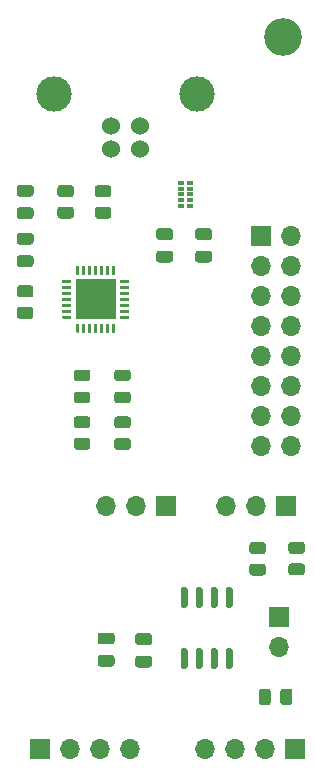
<source format=gts>
G04 #@! TF.GenerationSoftware,KiCad,Pcbnew,(5.1.9)-1*
G04 #@! TF.CreationDate,2023-04-23T22:26:49+02:00*
G04 #@! TF.ProjectId,cp2102rs485,63703231-3032-4727-9334-38352e6b6963,rev?*
G04 #@! TF.SameCoordinates,Original*
G04 #@! TF.FileFunction,Soldermask,Top*
G04 #@! TF.FilePolarity,Negative*
%FSLAX46Y46*%
G04 Gerber Fmt 4.6, Leading zero omitted, Abs format (unit mm)*
G04 Created by KiCad (PCBNEW (5.1.9)-1) date 2023-04-23 22:26:49*
%MOMM*%
%LPD*%
G01*
G04 APERTURE LIST*
%ADD10C,3.200000*%
%ADD11R,3.350000X3.350000*%
%ADD12R,0.550000X0.400000*%
%ADD13R,0.550000X0.300000*%
%ADD14O,1.700000X1.700000*%
%ADD15R,1.700000X1.700000*%
%ADD16C,3.000000*%
%ADD17C,1.524000*%
G04 APERTURE END LIST*
D10*
X105410000Y-31750000D03*
G36*
G01*
X100688000Y-83488000D02*
X100988000Y-83488000D01*
G75*
G02*
X101138000Y-83638000I0J-150000D01*
G01*
X101138000Y-85088000D01*
G75*
G02*
X100988000Y-85238000I-150000J0D01*
G01*
X100688000Y-85238000D01*
G75*
G02*
X100538000Y-85088000I0J150000D01*
G01*
X100538000Y-83638000D01*
G75*
G02*
X100688000Y-83488000I150000J0D01*
G01*
G37*
G36*
G01*
X99418000Y-83488000D02*
X99718000Y-83488000D01*
G75*
G02*
X99868000Y-83638000I0J-150000D01*
G01*
X99868000Y-85088000D01*
G75*
G02*
X99718000Y-85238000I-150000J0D01*
G01*
X99418000Y-85238000D01*
G75*
G02*
X99268000Y-85088000I0J150000D01*
G01*
X99268000Y-83638000D01*
G75*
G02*
X99418000Y-83488000I150000J0D01*
G01*
G37*
G36*
G01*
X98148000Y-83488000D02*
X98448000Y-83488000D01*
G75*
G02*
X98598000Y-83638000I0J-150000D01*
G01*
X98598000Y-85088000D01*
G75*
G02*
X98448000Y-85238000I-150000J0D01*
G01*
X98148000Y-85238000D01*
G75*
G02*
X97998000Y-85088000I0J150000D01*
G01*
X97998000Y-83638000D01*
G75*
G02*
X98148000Y-83488000I150000J0D01*
G01*
G37*
G36*
G01*
X96878000Y-83488000D02*
X97178000Y-83488000D01*
G75*
G02*
X97328000Y-83638000I0J-150000D01*
G01*
X97328000Y-85088000D01*
G75*
G02*
X97178000Y-85238000I-150000J0D01*
G01*
X96878000Y-85238000D01*
G75*
G02*
X96728000Y-85088000I0J150000D01*
G01*
X96728000Y-83638000D01*
G75*
G02*
X96878000Y-83488000I150000J0D01*
G01*
G37*
G36*
G01*
X96878000Y-78338000D02*
X97178000Y-78338000D01*
G75*
G02*
X97328000Y-78488000I0J-150000D01*
G01*
X97328000Y-79938000D01*
G75*
G02*
X97178000Y-80088000I-150000J0D01*
G01*
X96878000Y-80088000D01*
G75*
G02*
X96728000Y-79938000I0J150000D01*
G01*
X96728000Y-78488000D01*
G75*
G02*
X96878000Y-78338000I150000J0D01*
G01*
G37*
G36*
G01*
X98148000Y-78338000D02*
X98448000Y-78338000D01*
G75*
G02*
X98598000Y-78488000I0J-150000D01*
G01*
X98598000Y-79938000D01*
G75*
G02*
X98448000Y-80088000I-150000J0D01*
G01*
X98148000Y-80088000D01*
G75*
G02*
X97998000Y-79938000I0J150000D01*
G01*
X97998000Y-78488000D01*
G75*
G02*
X98148000Y-78338000I150000J0D01*
G01*
G37*
G36*
G01*
X99418000Y-78338000D02*
X99718000Y-78338000D01*
G75*
G02*
X99868000Y-78488000I0J-150000D01*
G01*
X99868000Y-79938000D01*
G75*
G02*
X99718000Y-80088000I-150000J0D01*
G01*
X99418000Y-80088000D01*
G75*
G02*
X99268000Y-79938000I0J150000D01*
G01*
X99268000Y-78488000D01*
G75*
G02*
X99418000Y-78338000I150000J0D01*
G01*
G37*
G36*
G01*
X100688000Y-78338000D02*
X100988000Y-78338000D01*
G75*
G02*
X101138000Y-78488000I0J-150000D01*
G01*
X101138000Y-79938000D01*
G75*
G02*
X100988000Y-80088000I-150000J0D01*
G01*
X100688000Y-80088000D01*
G75*
G02*
X100538000Y-79938000I0J150000D01*
G01*
X100538000Y-78488000D01*
G75*
G02*
X100688000Y-78338000I150000J0D01*
G01*
G37*
D11*
X89535000Y-53975000D03*
G36*
G01*
X91647500Y-52350000D02*
X92322500Y-52350000D01*
G75*
G02*
X92385000Y-52412500I0J-62500D01*
G01*
X92385000Y-52537500D01*
G75*
G02*
X92322500Y-52600000I-62500J0D01*
G01*
X91647500Y-52600000D01*
G75*
G02*
X91585000Y-52537500I0J62500D01*
G01*
X91585000Y-52412500D01*
G75*
G02*
X91647500Y-52350000I62500J0D01*
G01*
G37*
G36*
G01*
X91647500Y-52850000D02*
X92322500Y-52850000D01*
G75*
G02*
X92385000Y-52912500I0J-62500D01*
G01*
X92385000Y-53037500D01*
G75*
G02*
X92322500Y-53100000I-62500J0D01*
G01*
X91647500Y-53100000D01*
G75*
G02*
X91585000Y-53037500I0J62500D01*
G01*
X91585000Y-52912500D01*
G75*
G02*
X91647500Y-52850000I62500J0D01*
G01*
G37*
G36*
G01*
X91647500Y-53350000D02*
X92322500Y-53350000D01*
G75*
G02*
X92385000Y-53412500I0J-62500D01*
G01*
X92385000Y-53537500D01*
G75*
G02*
X92322500Y-53600000I-62500J0D01*
G01*
X91647500Y-53600000D01*
G75*
G02*
X91585000Y-53537500I0J62500D01*
G01*
X91585000Y-53412500D01*
G75*
G02*
X91647500Y-53350000I62500J0D01*
G01*
G37*
G36*
G01*
X91647500Y-53850000D02*
X92322500Y-53850000D01*
G75*
G02*
X92385000Y-53912500I0J-62500D01*
G01*
X92385000Y-54037500D01*
G75*
G02*
X92322500Y-54100000I-62500J0D01*
G01*
X91647500Y-54100000D01*
G75*
G02*
X91585000Y-54037500I0J62500D01*
G01*
X91585000Y-53912500D01*
G75*
G02*
X91647500Y-53850000I62500J0D01*
G01*
G37*
G36*
G01*
X91647500Y-54350000D02*
X92322500Y-54350000D01*
G75*
G02*
X92385000Y-54412500I0J-62500D01*
G01*
X92385000Y-54537500D01*
G75*
G02*
X92322500Y-54600000I-62500J0D01*
G01*
X91647500Y-54600000D01*
G75*
G02*
X91585000Y-54537500I0J62500D01*
G01*
X91585000Y-54412500D01*
G75*
G02*
X91647500Y-54350000I62500J0D01*
G01*
G37*
G36*
G01*
X91647500Y-54850000D02*
X92322500Y-54850000D01*
G75*
G02*
X92385000Y-54912500I0J-62500D01*
G01*
X92385000Y-55037500D01*
G75*
G02*
X92322500Y-55100000I-62500J0D01*
G01*
X91647500Y-55100000D01*
G75*
G02*
X91585000Y-55037500I0J62500D01*
G01*
X91585000Y-54912500D01*
G75*
G02*
X91647500Y-54850000I62500J0D01*
G01*
G37*
G36*
G01*
X91647500Y-55350000D02*
X92322500Y-55350000D01*
G75*
G02*
X92385000Y-55412500I0J-62500D01*
G01*
X92385000Y-55537500D01*
G75*
G02*
X92322500Y-55600000I-62500J0D01*
G01*
X91647500Y-55600000D01*
G75*
G02*
X91585000Y-55537500I0J62500D01*
G01*
X91585000Y-55412500D01*
G75*
G02*
X91647500Y-55350000I62500J0D01*
G01*
G37*
G36*
G01*
X90972500Y-56025000D02*
X91097500Y-56025000D01*
G75*
G02*
X91160000Y-56087500I0J-62500D01*
G01*
X91160000Y-56762500D01*
G75*
G02*
X91097500Y-56825000I-62500J0D01*
G01*
X90972500Y-56825000D01*
G75*
G02*
X90910000Y-56762500I0J62500D01*
G01*
X90910000Y-56087500D01*
G75*
G02*
X90972500Y-56025000I62500J0D01*
G01*
G37*
G36*
G01*
X90472500Y-56025000D02*
X90597500Y-56025000D01*
G75*
G02*
X90660000Y-56087500I0J-62500D01*
G01*
X90660000Y-56762500D01*
G75*
G02*
X90597500Y-56825000I-62500J0D01*
G01*
X90472500Y-56825000D01*
G75*
G02*
X90410000Y-56762500I0J62500D01*
G01*
X90410000Y-56087500D01*
G75*
G02*
X90472500Y-56025000I62500J0D01*
G01*
G37*
G36*
G01*
X89972500Y-56025000D02*
X90097500Y-56025000D01*
G75*
G02*
X90160000Y-56087500I0J-62500D01*
G01*
X90160000Y-56762500D01*
G75*
G02*
X90097500Y-56825000I-62500J0D01*
G01*
X89972500Y-56825000D01*
G75*
G02*
X89910000Y-56762500I0J62500D01*
G01*
X89910000Y-56087500D01*
G75*
G02*
X89972500Y-56025000I62500J0D01*
G01*
G37*
G36*
G01*
X89472500Y-56025000D02*
X89597500Y-56025000D01*
G75*
G02*
X89660000Y-56087500I0J-62500D01*
G01*
X89660000Y-56762500D01*
G75*
G02*
X89597500Y-56825000I-62500J0D01*
G01*
X89472500Y-56825000D01*
G75*
G02*
X89410000Y-56762500I0J62500D01*
G01*
X89410000Y-56087500D01*
G75*
G02*
X89472500Y-56025000I62500J0D01*
G01*
G37*
G36*
G01*
X88972500Y-56025000D02*
X89097500Y-56025000D01*
G75*
G02*
X89160000Y-56087500I0J-62500D01*
G01*
X89160000Y-56762500D01*
G75*
G02*
X89097500Y-56825000I-62500J0D01*
G01*
X88972500Y-56825000D01*
G75*
G02*
X88910000Y-56762500I0J62500D01*
G01*
X88910000Y-56087500D01*
G75*
G02*
X88972500Y-56025000I62500J0D01*
G01*
G37*
G36*
G01*
X88472500Y-56025000D02*
X88597500Y-56025000D01*
G75*
G02*
X88660000Y-56087500I0J-62500D01*
G01*
X88660000Y-56762500D01*
G75*
G02*
X88597500Y-56825000I-62500J0D01*
G01*
X88472500Y-56825000D01*
G75*
G02*
X88410000Y-56762500I0J62500D01*
G01*
X88410000Y-56087500D01*
G75*
G02*
X88472500Y-56025000I62500J0D01*
G01*
G37*
G36*
G01*
X87972500Y-56025000D02*
X88097500Y-56025000D01*
G75*
G02*
X88160000Y-56087500I0J-62500D01*
G01*
X88160000Y-56762500D01*
G75*
G02*
X88097500Y-56825000I-62500J0D01*
G01*
X87972500Y-56825000D01*
G75*
G02*
X87910000Y-56762500I0J62500D01*
G01*
X87910000Y-56087500D01*
G75*
G02*
X87972500Y-56025000I62500J0D01*
G01*
G37*
G36*
G01*
X86747500Y-55350000D02*
X87422500Y-55350000D01*
G75*
G02*
X87485000Y-55412500I0J-62500D01*
G01*
X87485000Y-55537500D01*
G75*
G02*
X87422500Y-55600000I-62500J0D01*
G01*
X86747500Y-55600000D01*
G75*
G02*
X86685000Y-55537500I0J62500D01*
G01*
X86685000Y-55412500D01*
G75*
G02*
X86747500Y-55350000I62500J0D01*
G01*
G37*
G36*
G01*
X86747500Y-54850000D02*
X87422500Y-54850000D01*
G75*
G02*
X87485000Y-54912500I0J-62500D01*
G01*
X87485000Y-55037500D01*
G75*
G02*
X87422500Y-55100000I-62500J0D01*
G01*
X86747500Y-55100000D01*
G75*
G02*
X86685000Y-55037500I0J62500D01*
G01*
X86685000Y-54912500D01*
G75*
G02*
X86747500Y-54850000I62500J0D01*
G01*
G37*
G36*
G01*
X86747500Y-54350000D02*
X87422500Y-54350000D01*
G75*
G02*
X87485000Y-54412500I0J-62500D01*
G01*
X87485000Y-54537500D01*
G75*
G02*
X87422500Y-54600000I-62500J0D01*
G01*
X86747500Y-54600000D01*
G75*
G02*
X86685000Y-54537500I0J62500D01*
G01*
X86685000Y-54412500D01*
G75*
G02*
X86747500Y-54350000I62500J0D01*
G01*
G37*
G36*
G01*
X86747500Y-53850000D02*
X87422500Y-53850000D01*
G75*
G02*
X87485000Y-53912500I0J-62500D01*
G01*
X87485000Y-54037500D01*
G75*
G02*
X87422500Y-54100000I-62500J0D01*
G01*
X86747500Y-54100000D01*
G75*
G02*
X86685000Y-54037500I0J62500D01*
G01*
X86685000Y-53912500D01*
G75*
G02*
X86747500Y-53850000I62500J0D01*
G01*
G37*
G36*
G01*
X86747500Y-53350000D02*
X87422500Y-53350000D01*
G75*
G02*
X87485000Y-53412500I0J-62500D01*
G01*
X87485000Y-53537500D01*
G75*
G02*
X87422500Y-53600000I-62500J0D01*
G01*
X86747500Y-53600000D01*
G75*
G02*
X86685000Y-53537500I0J62500D01*
G01*
X86685000Y-53412500D01*
G75*
G02*
X86747500Y-53350000I62500J0D01*
G01*
G37*
G36*
G01*
X86747500Y-52850000D02*
X87422500Y-52850000D01*
G75*
G02*
X87485000Y-52912500I0J-62500D01*
G01*
X87485000Y-53037500D01*
G75*
G02*
X87422500Y-53100000I-62500J0D01*
G01*
X86747500Y-53100000D01*
G75*
G02*
X86685000Y-53037500I0J62500D01*
G01*
X86685000Y-52912500D01*
G75*
G02*
X86747500Y-52850000I62500J0D01*
G01*
G37*
G36*
G01*
X86747500Y-52350000D02*
X87422500Y-52350000D01*
G75*
G02*
X87485000Y-52412500I0J-62500D01*
G01*
X87485000Y-52537500D01*
G75*
G02*
X87422500Y-52600000I-62500J0D01*
G01*
X86747500Y-52600000D01*
G75*
G02*
X86685000Y-52537500I0J62500D01*
G01*
X86685000Y-52412500D01*
G75*
G02*
X86747500Y-52350000I62500J0D01*
G01*
G37*
G36*
G01*
X87972500Y-51125000D02*
X88097500Y-51125000D01*
G75*
G02*
X88160000Y-51187500I0J-62500D01*
G01*
X88160000Y-51862500D01*
G75*
G02*
X88097500Y-51925000I-62500J0D01*
G01*
X87972500Y-51925000D01*
G75*
G02*
X87910000Y-51862500I0J62500D01*
G01*
X87910000Y-51187500D01*
G75*
G02*
X87972500Y-51125000I62500J0D01*
G01*
G37*
G36*
G01*
X88472500Y-51125000D02*
X88597500Y-51125000D01*
G75*
G02*
X88660000Y-51187500I0J-62500D01*
G01*
X88660000Y-51862500D01*
G75*
G02*
X88597500Y-51925000I-62500J0D01*
G01*
X88472500Y-51925000D01*
G75*
G02*
X88410000Y-51862500I0J62500D01*
G01*
X88410000Y-51187500D01*
G75*
G02*
X88472500Y-51125000I62500J0D01*
G01*
G37*
G36*
G01*
X88972500Y-51125000D02*
X89097500Y-51125000D01*
G75*
G02*
X89160000Y-51187500I0J-62500D01*
G01*
X89160000Y-51862500D01*
G75*
G02*
X89097500Y-51925000I-62500J0D01*
G01*
X88972500Y-51925000D01*
G75*
G02*
X88910000Y-51862500I0J62500D01*
G01*
X88910000Y-51187500D01*
G75*
G02*
X88972500Y-51125000I62500J0D01*
G01*
G37*
G36*
G01*
X89472500Y-51125000D02*
X89597500Y-51125000D01*
G75*
G02*
X89660000Y-51187500I0J-62500D01*
G01*
X89660000Y-51862500D01*
G75*
G02*
X89597500Y-51925000I-62500J0D01*
G01*
X89472500Y-51925000D01*
G75*
G02*
X89410000Y-51862500I0J62500D01*
G01*
X89410000Y-51187500D01*
G75*
G02*
X89472500Y-51125000I62500J0D01*
G01*
G37*
G36*
G01*
X89972500Y-51125000D02*
X90097500Y-51125000D01*
G75*
G02*
X90160000Y-51187500I0J-62500D01*
G01*
X90160000Y-51862500D01*
G75*
G02*
X90097500Y-51925000I-62500J0D01*
G01*
X89972500Y-51925000D01*
G75*
G02*
X89910000Y-51862500I0J62500D01*
G01*
X89910000Y-51187500D01*
G75*
G02*
X89972500Y-51125000I62500J0D01*
G01*
G37*
G36*
G01*
X90472500Y-51125000D02*
X90597500Y-51125000D01*
G75*
G02*
X90660000Y-51187500I0J-62500D01*
G01*
X90660000Y-51862500D01*
G75*
G02*
X90597500Y-51925000I-62500J0D01*
G01*
X90472500Y-51925000D01*
G75*
G02*
X90410000Y-51862500I0J62500D01*
G01*
X90410000Y-51187500D01*
G75*
G02*
X90472500Y-51125000I62500J0D01*
G01*
G37*
G36*
G01*
X90972500Y-51125000D02*
X91097500Y-51125000D01*
G75*
G02*
X91160000Y-51187500I0J-62500D01*
G01*
X91160000Y-51862500D01*
G75*
G02*
X91097500Y-51925000I-62500J0D01*
G01*
X90972500Y-51925000D01*
G75*
G02*
X90910000Y-51862500I0J62500D01*
G01*
X90910000Y-51187500D01*
G75*
G02*
X90972500Y-51125000I62500J0D01*
G01*
G37*
D12*
X97540000Y-45085000D03*
D13*
X97540000Y-44085000D03*
X97540000Y-45585000D03*
X97540000Y-46085000D03*
X97540000Y-44585000D03*
X96770000Y-46085000D03*
X96770000Y-45585000D03*
D12*
X96770000Y-45085000D03*
D13*
X96770000Y-44585000D03*
X96770000Y-44085000D03*
G36*
G01*
X104375000Y-87179999D02*
X104375000Y-88080001D01*
G75*
G02*
X104125001Y-88330000I-249999J0D01*
G01*
X103599999Y-88330000D01*
G75*
G02*
X103350000Y-88080001I0J249999D01*
G01*
X103350000Y-87179999D01*
G75*
G02*
X103599999Y-86930000I249999J0D01*
G01*
X104125001Y-86930000D01*
G75*
G02*
X104375000Y-87179999I0J-249999D01*
G01*
G37*
G36*
G01*
X106200000Y-87179999D02*
X106200000Y-88080001D01*
G75*
G02*
X105950001Y-88330000I-249999J0D01*
G01*
X105424999Y-88330000D01*
G75*
G02*
X105175000Y-88080001I0J249999D01*
G01*
X105175000Y-87179999D01*
G75*
G02*
X105424999Y-86930000I249999J0D01*
G01*
X105950001Y-86930000D01*
G75*
G02*
X106200000Y-87179999I0J-249999D01*
G01*
G37*
G36*
G01*
X106102999Y-76322500D02*
X107003001Y-76322500D01*
G75*
G02*
X107253000Y-76572499I0J-249999D01*
G01*
X107253000Y-77097501D01*
G75*
G02*
X107003001Y-77347500I-249999J0D01*
G01*
X106102999Y-77347500D01*
G75*
G02*
X105853000Y-77097501I0J249999D01*
G01*
X105853000Y-76572499D01*
G75*
G02*
X106102999Y-76322500I249999J0D01*
G01*
G37*
G36*
G01*
X106102999Y-74497500D02*
X107003001Y-74497500D01*
G75*
G02*
X107253000Y-74747499I0J-249999D01*
G01*
X107253000Y-75272501D01*
G75*
G02*
X107003001Y-75522500I-249999J0D01*
G01*
X106102999Y-75522500D01*
G75*
G02*
X105853000Y-75272501I0J249999D01*
G01*
X105853000Y-74747499D01*
G75*
G02*
X106102999Y-74497500I249999J0D01*
G01*
G37*
G36*
G01*
X103701001Y-75546000D02*
X102800999Y-75546000D01*
G75*
G02*
X102551000Y-75296001I0J249999D01*
G01*
X102551000Y-74770999D01*
G75*
G02*
X102800999Y-74521000I249999J0D01*
G01*
X103701001Y-74521000D01*
G75*
G02*
X103951000Y-74770999I0J-249999D01*
G01*
X103951000Y-75296001D01*
G75*
G02*
X103701001Y-75546000I-249999J0D01*
G01*
G37*
G36*
G01*
X103701001Y-77371000D02*
X102800999Y-77371000D01*
G75*
G02*
X102551000Y-77121001I0J249999D01*
G01*
X102551000Y-76595999D01*
G75*
G02*
X102800999Y-76346000I249999J0D01*
G01*
X103701001Y-76346000D01*
G75*
G02*
X103951000Y-76595999I0J-249999D01*
G01*
X103951000Y-77121001D01*
G75*
G02*
X103701001Y-77371000I-249999J0D01*
G01*
G37*
G36*
G01*
X88842001Y-64878000D02*
X87941999Y-64878000D01*
G75*
G02*
X87692000Y-64628001I0J249999D01*
G01*
X87692000Y-64102999D01*
G75*
G02*
X87941999Y-63853000I249999J0D01*
G01*
X88842001Y-63853000D01*
G75*
G02*
X89092000Y-64102999I0J-249999D01*
G01*
X89092000Y-64628001D01*
G75*
G02*
X88842001Y-64878000I-249999J0D01*
G01*
G37*
G36*
G01*
X88842001Y-66703000D02*
X87941999Y-66703000D01*
G75*
G02*
X87692000Y-66453001I0J249999D01*
G01*
X87692000Y-65927999D01*
G75*
G02*
X87941999Y-65678000I249999J0D01*
G01*
X88842001Y-65678000D01*
G75*
G02*
X89092000Y-65927999I0J-249999D01*
G01*
X89092000Y-66453001D01*
G75*
G02*
X88842001Y-66703000I-249999J0D01*
G01*
G37*
G36*
G01*
X92271001Y-64901500D02*
X91370999Y-64901500D01*
G75*
G02*
X91121000Y-64651501I0J249999D01*
G01*
X91121000Y-64126499D01*
G75*
G02*
X91370999Y-63876500I249999J0D01*
G01*
X92271001Y-63876500D01*
G75*
G02*
X92521000Y-64126499I0J-249999D01*
G01*
X92521000Y-64651501D01*
G75*
G02*
X92271001Y-64901500I-249999J0D01*
G01*
G37*
G36*
G01*
X92271001Y-66726500D02*
X91370999Y-66726500D01*
G75*
G02*
X91121000Y-66476501I0J249999D01*
G01*
X91121000Y-65951499D01*
G75*
G02*
X91370999Y-65701500I249999J0D01*
G01*
X92271001Y-65701500D01*
G75*
G02*
X92521000Y-65951499I0J-249999D01*
G01*
X92521000Y-66476501D01*
G75*
G02*
X92271001Y-66726500I-249999J0D01*
G01*
G37*
G36*
G01*
X84016001Y-53805500D02*
X83115999Y-53805500D01*
G75*
G02*
X82866000Y-53555501I0J249999D01*
G01*
X82866000Y-53030499D01*
G75*
G02*
X83115999Y-52780500I249999J0D01*
G01*
X84016001Y-52780500D01*
G75*
G02*
X84266000Y-53030499I0J-249999D01*
G01*
X84266000Y-53555501D01*
G75*
G02*
X84016001Y-53805500I-249999J0D01*
G01*
G37*
G36*
G01*
X84016001Y-55630500D02*
X83115999Y-55630500D01*
G75*
G02*
X82866000Y-55380501I0J249999D01*
G01*
X82866000Y-54855499D01*
G75*
G02*
X83115999Y-54605500I249999J0D01*
G01*
X84016001Y-54605500D01*
G75*
G02*
X84266000Y-54855499I0J-249999D01*
G01*
X84266000Y-55380501D01*
G75*
G02*
X84016001Y-55630500I-249999J0D01*
G01*
G37*
G36*
G01*
X87445001Y-45320000D02*
X86544999Y-45320000D01*
G75*
G02*
X86295000Y-45070001I0J249999D01*
G01*
X86295000Y-44544999D01*
G75*
G02*
X86544999Y-44295000I249999J0D01*
G01*
X87445001Y-44295000D01*
G75*
G02*
X87695000Y-44544999I0J-249999D01*
G01*
X87695000Y-45070001D01*
G75*
G02*
X87445001Y-45320000I-249999J0D01*
G01*
G37*
G36*
G01*
X87445001Y-47145000D02*
X86544999Y-47145000D01*
G75*
G02*
X86295000Y-46895001I0J249999D01*
G01*
X86295000Y-46369999D01*
G75*
G02*
X86544999Y-46120000I249999J0D01*
G01*
X87445001Y-46120000D01*
G75*
G02*
X87695000Y-46369999I0J-249999D01*
G01*
X87695000Y-46895001D01*
G75*
G02*
X87445001Y-47145000I-249999J0D01*
G01*
G37*
G36*
G01*
X89719999Y-46120000D02*
X90620001Y-46120000D01*
G75*
G02*
X90870000Y-46369999I0J-249999D01*
G01*
X90870000Y-46895001D01*
G75*
G02*
X90620001Y-47145000I-249999J0D01*
G01*
X89719999Y-47145000D01*
G75*
G02*
X89470000Y-46895001I0J249999D01*
G01*
X89470000Y-46369999D01*
G75*
G02*
X89719999Y-46120000I249999J0D01*
G01*
G37*
G36*
G01*
X89719999Y-44295000D02*
X90620001Y-44295000D01*
G75*
G02*
X90870000Y-44544999I0J-249999D01*
G01*
X90870000Y-45070001D01*
G75*
G02*
X90620001Y-45320000I-249999J0D01*
G01*
X89719999Y-45320000D01*
G75*
G02*
X89470000Y-45070001I0J249999D01*
G01*
X89470000Y-44544999D01*
G75*
G02*
X89719999Y-44295000I249999J0D01*
G01*
G37*
D14*
X105029000Y-83439000D03*
D15*
X105029000Y-80899000D03*
D14*
X90424000Y-71501000D03*
X92964000Y-71501000D03*
D15*
X95504000Y-71501000D03*
D14*
X100584000Y-71501000D03*
X103124000Y-71501000D03*
D15*
X105664000Y-71501000D03*
D14*
X92456000Y-92075000D03*
X89916000Y-92075000D03*
X87376000Y-92075000D03*
D15*
X84836000Y-92075000D03*
D14*
X98806000Y-92075000D03*
X101346000Y-92075000D03*
X103886000Y-92075000D03*
D15*
X106426000Y-92075000D03*
D14*
X106045000Y-66421000D03*
X103505000Y-66421000D03*
X106045000Y-63881000D03*
X103505000Y-63881000D03*
X106045000Y-61341000D03*
X103505000Y-61341000D03*
X106045000Y-58801000D03*
X103505000Y-58801000D03*
X106045000Y-56261000D03*
X103505000Y-56261000D03*
X106045000Y-53721000D03*
X103505000Y-53721000D03*
X106045000Y-51181000D03*
X103505000Y-51181000D03*
X106045000Y-48641000D03*
D15*
X103505000Y-48641000D03*
D16*
X86055000Y-36565000D03*
X98095000Y-36565000D03*
D17*
X90825000Y-39275000D03*
X93325000Y-39275000D03*
X93325000Y-41275000D03*
X90825000Y-41275000D03*
G36*
G01*
X87935750Y-61791000D02*
X88848250Y-61791000D01*
G75*
G02*
X89092000Y-62034750I0J-243750D01*
G01*
X89092000Y-62522250D01*
G75*
G02*
X88848250Y-62766000I-243750J0D01*
G01*
X87935750Y-62766000D01*
G75*
G02*
X87692000Y-62522250I0J243750D01*
G01*
X87692000Y-62034750D01*
G75*
G02*
X87935750Y-61791000I243750J0D01*
G01*
G37*
G36*
G01*
X87935750Y-59916000D02*
X88848250Y-59916000D01*
G75*
G02*
X89092000Y-60159750I0J-243750D01*
G01*
X89092000Y-60647250D01*
G75*
G02*
X88848250Y-60891000I-243750J0D01*
G01*
X87935750Y-60891000D01*
G75*
G02*
X87692000Y-60647250I0J243750D01*
G01*
X87692000Y-60159750D01*
G75*
G02*
X87935750Y-59916000I243750J0D01*
G01*
G37*
G36*
G01*
X91364750Y-61791000D02*
X92277250Y-61791000D01*
G75*
G02*
X92521000Y-62034750I0J-243750D01*
G01*
X92521000Y-62522250D01*
G75*
G02*
X92277250Y-62766000I-243750J0D01*
G01*
X91364750Y-62766000D01*
G75*
G02*
X91121000Y-62522250I0J243750D01*
G01*
X91121000Y-62034750D01*
G75*
G02*
X91364750Y-61791000I243750J0D01*
G01*
G37*
G36*
G01*
X91364750Y-59916000D02*
X92277250Y-59916000D01*
G75*
G02*
X92521000Y-60159750I0J-243750D01*
G01*
X92521000Y-60647250D01*
G75*
G02*
X92277250Y-60891000I-243750J0D01*
G01*
X91364750Y-60891000D01*
G75*
G02*
X91121000Y-60647250I0J243750D01*
G01*
X91121000Y-60159750D01*
G75*
G02*
X91364750Y-59916000I243750J0D01*
G01*
G37*
G36*
G01*
X90899000Y-83177000D02*
X89949000Y-83177000D01*
G75*
G02*
X89699000Y-82927000I0J250000D01*
G01*
X89699000Y-82427000D01*
G75*
G02*
X89949000Y-82177000I250000J0D01*
G01*
X90899000Y-82177000D01*
G75*
G02*
X91149000Y-82427000I0J-250000D01*
G01*
X91149000Y-82927000D01*
G75*
G02*
X90899000Y-83177000I-250000J0D01*
G01*
G37*
G36*
G01*
X90899000Y-85077000D02*
X89949000Y-85077000D01*
G75*
G02*
X89699000Y-84827000I0J250000D01*
G01*
X89699000Y-84327000D01*
G75*
G02*
X89949000Y-84077000I250000J0D01*
G01*
X90899000Y-84077000D01*
G75*
G02*
X91149000Y-84327000I0J-250000D01*
G01*
X91149000Y-84827000D01*
G75*
G02*
X90899000Y-85077000I-250000J0D01*
G01*
G37*
G36*
G01*
X94074000Y-83243000D02*
X93124000Y-83243000D01*
G75*
G02*
X92874000Y-82993000I0J250000D01*
G01*
X92874000Y-82493000D01*
G75*
G02*
X93124000Y-82243000I250000J0D01*
G01*
X94074000Y-82243000D01*
G75*
G02*
X94324000Y-82493000I0J-250000D01*
G01*
X94324000Y-82993000D01*
G75*
G02*
X94074000Y-83243000I-250000J0D01*
G01*
G37*
G36*
G01*
X94074000Y-85143000D02*
X93124000Y-85143000D01*
G75*
G02*
X92874000Y-84893000I0J250000D01*
G01*
X92874000Y-84393000D01*
G75*
G02*
X93124000Y-84143000I250000J0D01*
G01*
X94074000Y-84143000D01*
G75*
G02*
X94324000Y-84393000I0J-250000D01*
G01*
X94324000Y-84893000D01*
G75*
G02*
X94074000Y-85143000I-250000J0D01*
G01*
G37*
G36*
G01*
X99154000Y-48953000D02*
X98204000Y-48953000D01*
G75*
G02*
X97954000Y-48703000I0J250000D01*
G01*
X97954000Y-48203000D01*
G75*
G02*
X98204000Y-47953000I250000J0D01*
G01*
X99154000Y-47953000D01*
G75*
G02*
X99404000Y-48203000I0J-250000D01*
G01*
X99404000Y-48703000D01*
G75*
G02*
X99154000Y-48953000I-250000J0D01*
G01*
G37*
G36*
G01*
X99154000Y-50853000D02*
X98204000Y-50853000D01*
G75*
G02*
X97954000Y-50603000I0J250000D01*
G01*
X97954000Y-50103000D01*
G75*
G02*
X98204000Y-49853000I250000J0D01*
G01*
X99154000Y-49853000D01*
G75*
G02*
X99404000Y-50103000I0J-250000D01*
G01*
X99404000Y-50603000D01*
G75*
G02*
X99154000Y-50853000I-250000J0D01*
G01*
G37*
G36*
G01*
X95852000Y-48953000D02*
X94902000Y-48953000D01*
G75*
G02*
X94652000Y-48703000I0J250000D01*
G01*
X94652000Y-48203000D01*
G75*
G02*
X94902000Y-47953000I250000J0D01*
G01*
X95852000Y-47953000D01*
G75*
G02*
X96102000Y-48203000I0J-250000D01*
G01*
X96102000Y-48703000D01*
G75*
G02*
X95852000Y-48953000I-250000J0D01*
G01*
G37*
G36*
G01*
X95852000Y-50853000D02*
X94902000Y-50853000D01*
G75*
G02*
X94652000Y-50603000I0J250000D01*
G01*
X94652000Y-50103000D01*
G75*
G02*
X94902000Y-49853000I250000J0D01*
G01*
X95852000Y-49853000D01*
G75*
G02*
X96102000Y-50103000I0J-250000D01*
G01*
X96102000Y-50603000D01*
G75*
G02*
X95852000Y-50853000I-250000J0D01*
G01*
G37*
G36*
G01*
X83091000Y-50234000D02*
X84041000Y-50234000D01*
G75*
G02*
X84291000Y-50484000I0J-250000D01*
G01*
X84291000Y-50984000D01*
G75*
G02*
X84041000Y-51234000I-250000J0D01*
G01*
X83091000Y-51234000D01*
G75*
G02*
X82841000Y-50984000I0J250000D01*
G01*
X82841000Y-50484000D01*
G75*
G02*
X83091000Y-50234000I250000J0D01*
G01*
G37*
G36*
G01*
X83091000Y-48334000D02*
X84041000Y-48334000D01*
G75*
G02*
X84291000Y-48584000I0J-250000D01*
G01*
X84291000Y-49084000D01*
G75*
G02*
X84041000Y-49334000I-250000J0D01*
G01*
X83091000Y-49334000D01*
G75*
G02*
X82841000Y-49084000I0J250000D01*
G01*
X82841000Y-48584000D01*
G75*
G02*
X83091000Y-48334000I250000J0D01*
G01*
G37*
G36*
G01*
X84041000Y-45270000D02*
X83091000Y-45270000D01*
G75*
G02*
X82841000Y-45020000I0J250000D01*
G01*
X82841000Y-44520000D01*
G75*
G02*
X83091000Y-44270000I250000J0D01*
G01*
X84041000Y-44270000D01*
G75*
G02*
X84291000Y-44520000I0J-250000D01*
G01*
X84291000Y-45020000D01*
G75*
G02*
X84041000Y-45270000I-250000J0D01*
G01*
G37*
G36*
G01*
X84041000Y-47170000D02*
X83091000Y-47170000D01*
G75*
G02*
X82841000Y-46920000I0J250000D01*
G01*
X82841000Y-46420000D01*
G75*
G02*
X83091000Y-46170000I250000J0D01*
G01*
X84041000Y-46170000D01*
G75*
G02*
X84291000Y-46420000I0J-250000D01*
G01*
X84291000Y-46920000D01*
G75*
G02*
X84041000Y-47170000I-250000J0D01*
G01*
G37*
M02*

</source>
